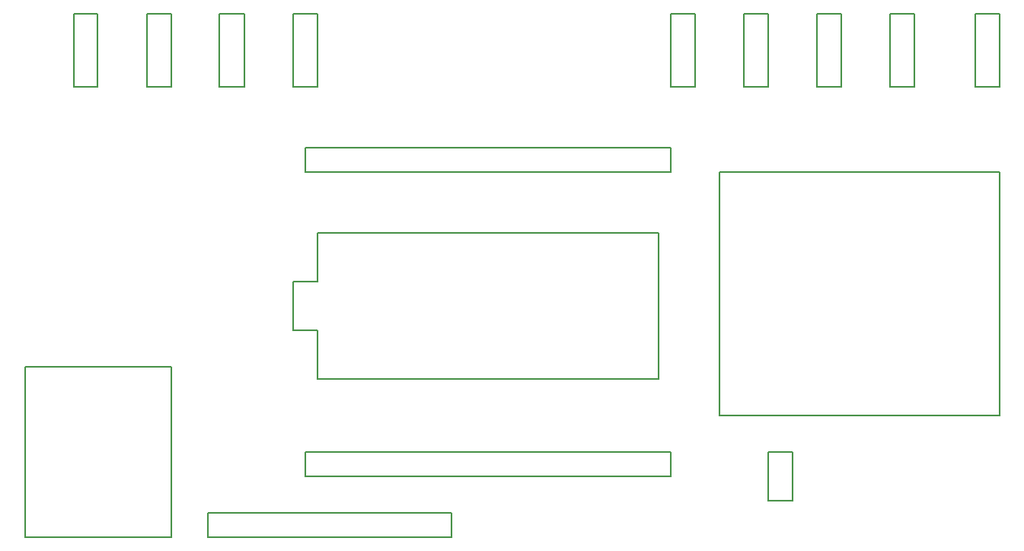
<source format=gbr>
%FSLAX23Y23*%
%MOIN*%
G04 EasyPC Gerber Version 17.0 Build 3379 *
%ADD11C,0.00500*%
X0Y0D02*
D02*
D11*
X403Y2553D02*
Y2253D01*
X502*
Y2553*
X403*
X703D02*
Y2253D01*
X803*
Y2553*
X703*
X803Y1103D02*
X203D01*
Y403*
X803*
Y1103*
X1002Y2553D02*
Y2253D01*
X1103*
Y2553*
X1002*
X1303D02*
Y2253D01*
X1403*
Y2553*
X1303*
X1353Y753D02*
Y653D01*
X2853*
Y753*
X1353*
X1403Y1653D02*
X2803D01*
Y1053*
X1403*
Y1653D02*
Y1453D01*
X1303*
Y1252*
X1403*
Y1053*
X1953Y403D02*
Y502D01*
X953*
Y403*
X1953*
X2853Y1903D02*
Y2003D01*
X1353*
Y1903*
X2853*
Y2553D02*
Y2253D01*
X2953*
Y2553*
X2853*
X3053Y903D02*
X4203D01*
Y1903*
X3053*
Y903*
X3153Y2553D02*
Y2253D01*
X3253*
Y2553*
X3153*
X3253Y553D02*
X3353D01*
Y753*
X3253*
Y553*
X3453Y2553D02*
Y2253D01*
X3553*
Y2553*
X3453*
X3753D02*
Y2253D01*
X3853*
Y2553*
X3753*
X4103D02*
Y2253D01*
X4203*
Y2553*
X4103*
X0Y0D02*
M02*

</source>
